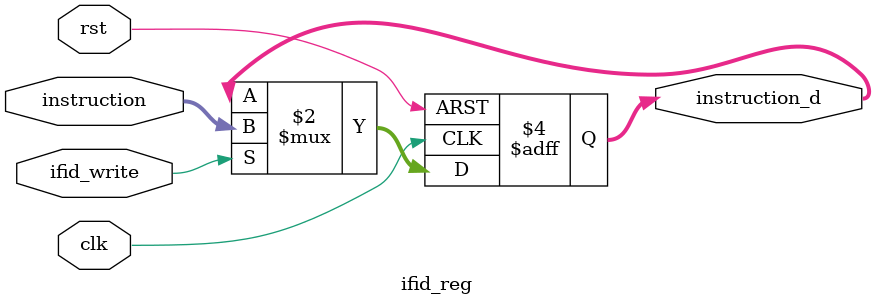
<source format=v>

module ifid_reg(
    input wire clk,
    input wire rst,
    input wire [31:0] instruction,
    input wire ifid_write,
    output reg [31:0] instruction_d
);

    always @(posedge clk or posedge rst) begin
        if (rst) begin
            instruction_d <= 32'b0;
        end
        else if (ifid_write) begin
            instruction_d <= instruction;
        end 
        else begin
                $display("stalling IF-ID register");
            end
        end

endmodule
</source>
